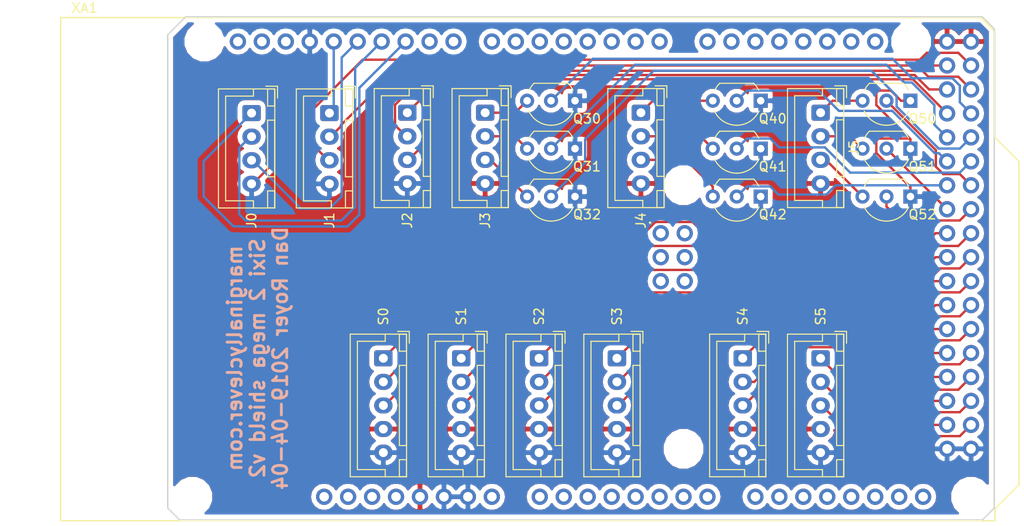
<source format=kicad_pcb>
(kicad_pcb (version 20171130) (host pcbnew "(5.0.2)-1")
  (title_block (date 2019-03-11))
  (layers (0 F.Cu signal) (31 B.Cu signal) (34 B.Paste user) (35 F.Paste user) (36 B.SilkS user) (37 F.SilkS user) (38 B.Mask user) (39 F.Mask user) (44 Edge.Cuts user))
  (net 0 "")
  (net 1 +5V)
  (net 2 GND)
  (net 3 "Net-(S1-Pad1)")
  (net 4 "Net-(S1-Pad2)")
  (net 5 "Net-(S1-Pad3)")
  (net 6 "Net-(S2-Pad3)")
  (net 7 "Net-(S2-Pad2)")
  (net 8 "Net-(S2-Pad1)")
  (net 9 "Net-(S3-Pad1)")
  (net 10 "Net-(S3-Pad2)")
  (net 11 "Net-(S3-Pad3)")
  (net 12 "Net-(S4-Pad3)")
  (net 13 "Net-(S4-Pad2)")
  (net 14 "Net-(S4-Pad1)")
  (net 15 "Net-(S5-Pad1)")
  (net 16 "Net-(S5-Pad2)")
  (net 17 "Net-(S5-Pad3)")
  (net 18 "Net-(J0-Pad1)")
  (net 19 "Net-(J0-Pad2)")
  (net 20 "Net-(J0-Pad3)")
  (net 21 "Net-(J1-Pad1)")
  (net 22 "Net-(J1-Pad2)")
  (net 23 "Net-(J1-Pad3)")
  (net 24 "Net-(J2-Pad3)")
  (net 25 "Net-(J2-Pad2)")
  (net 26 "Net-(J2-Pad1)")
  (net 27 "Net-(S0-Pad1)")
  (net 28 "Net-(S0-Pad2)")
  (net 29 "Net-(S0-Pad3)")
  (net 30 "Net-(J3-Pad3)")
  (net 31 "Net-(J3-Pad2)")
  (net 32 "Net-(J3-Pad1)")
  (net 33 "Net-(J4-Pad1)")
  (net 34 "Net-(J4-Pad2)")
  (net 35 "Net-(J4-Pad3)")
  (net 36 "Net-(J5-Pad3)")
  (net 37 "Net-(J5-Pad2)")
  (net 38 "Net-(J5-Pad1)")
  (net 39 "Net-(Q30-Pad2)")
  (net 40 "Net-(Q31-Pad2)")
  (net 41 "Net-(Q32-Pad2)")
  (net 42 "Net-(Q40-Pad2)")
  (net 43 "Net-(Q41-Pad2)")
  (net 44 "Net-(Q42-Pad2)")
  (net 45 "Net-(Q50-Pad2)")
  (net 46 "Net-(Q51-Pad2)")
  (net 47 "Net-(Q52-Pad2)")
  (module Arduino:Arduino_Mega2560_Shield (layer F.Cu) (at 110.565001 116.915001)
    (fp_text reference XA1 (at 2.54 -54.356) (layer F.SilkS))
    (fp_text value Arduino_Mega2560_Shield)
    (fp_text user . (at 62.484 -32.004) (layer F.SilkS))
    (pad RST2 thru_hole oval (at 63.627 -25.4) (size 1.7272 1.7272) (drill 1.016) (layers *.Cu *.Mask))
    (pad GND4 thru_hole oval (at 66.167 -25.4) (size 1.7272 1.7272) (drill 1.016) (layers *.Cu *.Mask))
    (pad MOSI thru_hole oval (at 66.167 -27.94) (size 1.7272 1.7272) (drill 1.016) (layers *.Cu *.Mask))
    (pad SCK thru_hole oval (at 63.627 -27.94) (size 1.7272 1.7272) (drill 1.016) (layers *.Cu *.Mask))
    (pad 5V2 thru_hole oval (at 66.167 -30.48) (size 1.7272 1.7272) (drill 1.016) (layers *.Cu *.Mask))
    (pad A0 thru_hole oval (at 50.8 -2.54) (size 1.7272 1.7272) (drill 1.016) (layers *.Cu *.Mask))
    (pad VIN thru_hole oval (at 45.72 -2.54) (size 1.7272 1.7272) (drill 1.016) (layers *.Cu *.Mask))
    (pad GND3 thru_hole oval (at 43.18 -2.54) (size 1.7272 1.7272) (drill 1.016) (layers *.Cu *.Mask) (net 2 GND))
    (pad GND2 thru_hole oval (at 40.64 -2.54) (size 1.7272 1.7272) (drill 1.016) (layers *.Cu *.Mask) (net 2 GND))
    (pad 5V1 thru_hole oval (at 38.1 -2.54) (size 1.7272 1.7272) (drill 1.016) (layers *.Cu *.Mask) (net 1 +5V))
    (pad 3V3 thru_hole oval (at 35.56 -2.54) (size 1.7272 1.7272) (drill 1.016) (layers *.Cu *.Mask))
    (pad RST1 thru_hole oval (at 33.02 -2.54) (size 1.7272 1.7272) (drill 1.016) (layers *.Cu *.Mask))
    (pad IORF thru_hole oval (at 30.48 -2.54) (size 1.7272 1.7272) (drill 1.016) (layers *.Cu *.Mask))
    (pad D21 thru_hole oval (at 86.36 -50.8) (size 1.7272 1.7272) (drill 1.016) (layers *.Cu *.Mask))
    (pad D20 thru_hole oval (at 83.82 -50.8) (size 1.7272 1.7272) (drill 1.016) (layers *.Cu *.Mask))
    (pad D19 thru_hole oval (at 81.28 -50.8) (size 1.7272 1.7272) (drill 1.016) (layers *.Cu *.Mask))
    (pad D18 thru_hole oval (at 78.74 -50.8) (size 1.7272 1.7272) (drill 1.016) (layers *.Cu *.Mask))
    (pad D17 thru_hole oval (at 76.2 -50.8) (size 1.7272 1.7272) (drill 1.016) (layers *.Cu *.Mask))
    (pad D16 thru_hole oval (at 73.66 -50.8) (size 1.7272 1.7272) (drill 1.016) (layers *.Cu *.Mask))
    (pad D15 thru_hole oval (at 71.12 -50.8) (size 1.7272 1.7272) (drill 1.016) (layers *.Cu *.Mask))
    (pad D14 thru_hole oval (at 68.58 -50.8) (size 1.7272 1.7272) (drill 1.016) (layers *.Cu *.Mask))
    (pad D0 thru_hole oval (at 63.5 -50.8) (size 1.7272 1.7272) (drill 1.016) (layers *.Cu *.Mask))
    (pad D1 thru_hole oval (at 60.96 -50.8) (size 1.7272 1.7272) (drill 1.016) (layers *.Cu *.Mask))
    (pad D2 thru_hole oval (at 58.42 -50.8) (size 1.7272 1.7272) (drill 1.016) (layers *.Cu *.Mask))
    (pad D3 thru_hole oval (at 55.88 -50.8) (size 1.7272 1.7272) (drill 1.016) (layers *.Cu *.Mask))
    (pad D4 thru_hole oval (at 53.34 -50.8) (size 1.7272 1.7272) (drill 1.016) (layers *.Cu *.Mask))
    (pad D5 thru_hole oval (at 50.8 -50.8) (size 1.7272 1.7272) (drill 1.016) (layers *.Cu *.Mask))
    (pad D6 thru_hole oval (at 48.26 -50.8) (size 1.7272 1.7272) (drill 1.016) (layers *.Cu *.Mask))
    (pad D7 thru_hole oval (at 45.72 -50.8) (size 1.7272 1.7272) (drill 1.016) (layers *.Cu *.Mask))
    (pad GND1 thru_hole oval (at 26.416 -50.8) (size 1.7272 1.7272) (drill 1.016) (layers *.Cu *.Mask) (net 2 GND))
    (pad D8 thru_hole oval (at 41.656 -50.8) (size 1.7272 1.7272) (drill 1.016) (layers *.Cu *.Mask))
    (pad D9 thru_hole oval (at 39.116 -50.8) (size 1.7272 1.7272) (drill 1.016) (layers *.Cu *.Mask))
    (pad D10 thru_hole oval (at 36.576 -50.8) (size 1.7272 1.7272) (drill 1.016) (layers *.Cu *.Mask) (net 18 "Net-(J0-Pad1)"))
    (pad "" np_thru_hole circle (at 66.04 -7.62) (size 3.2 3.2) (drill 3.2) (layers *.Cu *.Mask))
    (pad "" np_thru_hole circle (at 66.04 -35.56) (size 3.2 3.2) (drill 3.2) (layers *.Cu *.Mask))
    (pad "" np_thru_hole circle (at 90.17 -50.8) (size 3.2 3.2) (drill 3.2) (layers *.Cu *.Mask))
    (pad "" np_thru_hole circle (at 15.24 -50.8) (size 3.2 3.2) (drill 3.2) (layers *.Cu *.Mask))
    (pad "" np_thru_hole circle (at 96.52 -2.54) (size 3.2 3.2) (drill 3.2) (layers *.Cu *.Mask))
    (pad "" np_thru_hole circle (at 13.97 -2.54) (size 3.2 3.2) (drill 3.2) (layers *.Cu *.Mask))
    (pad SCL thru_hole oval (at 18.796 -50.8) (size 1.7272 1.7272) (drill 1.016) (layers *.Cu *.Mask))
    (pad SDA thru_hole oval (at 21.336 -50.8) (size 1.7272 1.7272) (drill 1.016) (layers *.Cu *.Mask))
    (pad AREF thru_hole oval (at 23.876 -50.8) (size 1.7272 1.7272) (drill 1.016) (layers *.Cu *.Mask))
    (pad D13 thru_hole oval (at 28.956 -50.8) (size 1.7272 1.7272) (drill 1.016) (layers *.Cu *.Mask) (net 21 "Net-(J1-Pad1)"))
    (pad D12 thru_hole oval (at 31.496 -50.8) (size 1.7272 1.7272) (drill 1.016) (layers *.Cu *.Mask) (net 20 "Net-(J0-Pad3)"))
    (pad D11 thru_hole oval (at 34.036 -50.8) (size 1.7272 1.7272) (drill 1.016) (layers *.Cu *.Mask) (net 19 "Net-(J0-Pad2)"))
    (pad "" thru_hole oval (at 27.94 -2.54) (size 1.7272 1.7272) (drill 1.016) (layers *.Cu *.Mask))
    (pad A1 thru_hole oval (at 53.34 -2.54) (size 1.7272 1.7272) (drill 1.016) (layers *.Cu *.Mask))
    (pad A2 thru_hole oval (at 55.88 -2.54) (size 1.7272 1.7272) (drill 1.016) (layers *.Cu *.Mask))
    (pad A3 thru_hole oval (at 58.42 -2.54) (size 1.7272 1.7272) (drill 1.016) (layers *.Cu *.Mask))
    (pad A4 thru_hole oval (at 60.96 -2.54) (size 1.7272 1.7272) (drill 1.016) (layers *.Cu *.Mask))
    (pad A5 thru_hole oval (at 63.5 -2.54) (size 1.7272 1.7272) (drill 1.016) (layers *.Cu *.Mask))
    (pad A6 thru_hole oval (at 66.04 -2.54) (size 1.7272 1.7272) (drill 1.016) (layers *.Cu *.Mask))
    (pad A7 thru_hole oval (at 68.58 -2.54) (size 1.7272 1.7272) (drill 1.016) (layers *.Cu *.Mask))
    (pad A8 thru_hole oval (at 73.66 -2.54) (size 1.7272 1.7272) (drill 1.016) (layers *.Cu *.Mask))
    (pad A9 thru_hole oval (at 76.2 -2.54) (size 1.7272 1.7272) (drill 1.016) (layers *.Cu *.Mask))
    (pad A10 thru_hole oval (at 78.74 -2.54) (size 1.7272 1.7272) (drill 1.016) (layers *.Cu *.Mask))
    (pad A11 thru_hole oval (at 81.28 -2.54) (size 1.7272 1.7272) (drill 1.016) (layers *.Cu *.Mask))
    (pad A12 thru_hole oval (at 83.82 -2.54) (size 1.7272 1.7272) (drill 1.016) (layers *.Cu *.Mask))
    (pad A13 thru_hole oval (at 86.36 -2.54) (size 1.7272 1.7272) (drill 1.016) (layers *.Cu *.Mask))
    (pad A14 thru_hole oval (at 88.9 -2.54) (size 1.7272 1.7272) (drill 1.016) (layers *.Cu *.Mask))
    (pad A15 thru_hole oval (at 91.44 -2.54) (size 1.7272 1.7272) (drill 1.016) (layers *.Cu *.Mask))
    (pad 5V3 thru_hole oval (at 93.98 -50.8) (size 1.7272 1.7272) (drill 1.016) (layers *.Cu *.Mask) (net 1 +5V))
    (pad 5V4 thru_hole oval (at 96.52 -50.8) (size 1.7272 1.7272) (drill 1.016) (layers *.Cu *.Mask) (net 1 +5V))
    (pad D22 thru_hole oval (at 93.98 -48.26) (size 1.7272 1.7272) (drill 1.016) (layers *.Cu *.Mask) (net 22 "Net-(J1-Pad2)"))
    (pad D23 thru_hole oval (at 96.52 -48.26) (size 1.7272 1.7272) (drill 1.016) (layers *.Cu *.Mask) (net 23 "Net-(J1-Pad3)"))
    (pad D24 thru_hole oval (at 93.98 -45.72) (size 1.7272 1.7272) (drill 1.016) (layers *.Cu *.Mask) (net 26 "Net-(J2-Pad1)"))
    (pad D25 thru_hole oval (at 96.52 -45.72) (size 1.7272 1.7272) (drill 1.016) (layers *.Cu *.Mask) (net 25 "Net-(J2-Pad2)"))
    (pad D26 thru_hole oval (at 93.98 -43.18) (size 1.7272 1.7272) (drill 1.016) (layers *.Cu *.Mask) (net 24 "Net-(J2-Pad3)"))
    (pad D27 thru_hole oval (at 96.52 -43.18) (size 1.7272 1.7272) (drill 1.016) (layers *.Cu *.Mask) (net 39 "Net-(Q30-Pad2)"))
    (pad D28 thru_hole oval (at 93.98 -40.64) (size 1.7272 1.7272) (drill 1.016) (layers *.Cu *.Mask) (net 40 "Net-(Q31-Pad2)"))
    (pad D29 thru_hole oval (at 96.52 -40.64) (size 1.7272 1.7272) (drill 1.016) (layers *.Cu *.Mask) (net 41 "Net-(Q32-Pad2)"))
    (pad D30 thru_hole oval (at 93.98 -38.1) (size 1.7272 1.7272) (drill 1.016) (layers *.Cu *.Mask) (net 42 "Net-(Q40-Pad2)"))
    (pad D31 thru_hole oval (at 96.52 -38.1) (size 1.7272 1.7272) (drill 1.016) (layers *.Cu *.Mask) (net 43 "Net-(Q41-Pad2)"))
    (pad D32 thru_hole oval (at 93.98 -35.56) (size 1.7272 1.7272) (drill 1.016) (layers *.Cu *.Mask) (net 44 "Net-(Q42-Pad2)"))
    (pad D33 thru_hole oval (at 96.52 -35.56) (size 1.7272 1.7272) (drill 1.016) (layers *.Cu *.Mask) (net 45 "Net-(Q50-Pad2)"))
    (pad D34 thru_hole oval (at 93.98 -33.02) (size 1.7272 1.7272) (drill 1.016) (layers *.Cu *.Mask) (net 46 "Net-(Q51-Pad2)"))
    (pad D35 thru_hole oval (at 96.52 -33.02) (size 1.7272 1.7272) (drill 1.016) (layers *.Cu *.Mask) (net 47 "Net-(Q52-Pad2)"))
    (pad D36 thru_hole oval (at 93.98 -30.48) (size 1.7272 1.7272) (drill 1.016) (layers *.Cu *.Mask) (net 27 "Net-(S0-Pad1)"))
    (pad D37 thru_hole oval (at 96.52 -30.48) (size 1.7272 1.7272) (drill 1.016) (layers *.Cu *.Mask) (net 28 "Net-(S0-Pad2)"))
    (pad D38 thru_hole oval (at 93.98 -27.94) (size 1.7272 1.7272) (drill 1.016) (layers *.Cu *.Mask) (net 29 "Net-(S0-Pad3)"))
    (pad D39 thru_hole oval (at 96.52 -27.94) (size 1.7272 1.7272) (drill 1.016) (layers *.Cu *.Mask) (net 3 "Net-(S1-Pad1)"))
    (pad D40 thru_hole oval (at 93.98 -25.4) (size 1.7272 1.7272) (drill 1.016) (layers *.Cu *.Mask) (net 4 "Net-(S1-Pad2)"))
    (pad D41 thru_hole oval (at 96.52 -25.4) (size 1.7272 1.7272) (drill 1.016) (layers *.Cu *.Mask) (net 5 "Net-(S1-Pad3)"))
    (pad D42 thru_hole oval (at 93.98 -22.86) (size 1.7272 1.7272) (drill 1.016) (layers *.Cu *.Mask) (net 8 "Net-(S2-Pad1)"))
    (pad D43 thru_hole oval (at 96.52 -22.86) (size 1.7272 1.7272) (drill 1.016) (layers *.Cu *.Mask) (net 7 "Net-(S2-Pad2)"))
    (pad D44 thru_hole oval (at 93.98 -20.32) (size 1.7272 1.7272) (drill 1.016) (layers *.Cu *.Mask) (net 6 "Net-(S2-Pad3)"))
    (pad D45 thru_hole oval (at 96.52 -20.32) (size 1.7272 1.7272) (drill 1.016) (layers *.Cu *.Mask) (net 9 "Net-(S3-Pad1)"))
    (pad D46 thru_hole oval (at 93.98 -17.78) (size 1.7272 1.7272) (drill 1.016) (layers *.Cu *.Mask) (net 10 "Net-(S3-Pad2)"))
    (pad D47 thru_hole oval (at 96.52 -17.78) (size 1.7272 1.7272) (drill 1.016) (layers *.Cu *.Mask) (net 11 "Net-(S3-Pad3)"))
    (pad D48 thru_hole oval (at 93.98 -15.24) (size 1.7272 1.7272) (drill 1.016) (layers *.Cu *.Mask) (net 14 "Net-(S4-Pad1)"))
    (pad D49 thru_hole oval (at 96.52 -15.24) (size 1.7272 1.7272) (drill 1.016) (layers *.Cu *.Mask) (net 13 "Net-(S4-Pad2)"))
    (pad D50 thru_hole oval (at 93.98 -12.7) (size 1.7272 1.7272) (drill 1.016) (layers *.Cu *.Mask) (net 12 "Net-(S4-Pad3)"))
    (pad D51 thru_hole oval (at 96.52 -12.7) (size 1.7272 1.7272) (drill 1.016) (layers *.Cu *.Mask) (net 15 "Net-(S5-Pad1)"))
    (pad D52 thru_hole oval (at 93.98 -10.16) (size 1.7272 1.7272) (drill 1.016) (layers *.Cu *.Mask) (net 16 "Net-(S5-Pad2)"))
    (pad D53 thru_hole oval (at 96.52 -10.16) (size 1.7272 1.7272) (drill 1.016) (layers *.Cu *.Mask) (net 17 "Net-(S5-Pad3)"))
    (pad GND5 thru_hole oval (at 93.98 -7.62) (size 1.7272 1.7272) (drill 1.016) (layers *.Cu *.Mask) (net 2 GND))
    (pad GND6 thru_hole oval (at 96.52 -7.62) (size 1.7272 1.7272) (drill 1.016) (layers *.Cu *.Mask) (net 2 GND))
    (pad MISO thru_hole oval (at 63.627 -30.48) (size 1.7272 1.7272) (drill 1.016) (layers *.Cu *.Mask))
  )
  (module Connect_JST:JST_XH_B4B-XH-A_1x04_P2.50mm_Vertical (layer F.Cu) (at 130.81 73.7 270)
    (fp_text reference J0 (at 11.39 0 270) (layer F.SilkS))
    (fp_text value CONN_01X04)
    (pad 4 thru_hole oval (at 7.5 0 270) (size 1.7 1.95) (drill 0.95) (layers *.Cu *.Mask) (net 2 GND))
    (pad 3 thru_hole oval (at 5 0 270) (size 1.7 1.95) (drill 0.95) (layers *.Cu *.Mask) (net 20 "Net-(J0-Pad3)"))
    (pad 2 thru_hole oval (at 2.5 0 270) (size 1.7 1.95) (drill 0.95) (layers *.Cu *.Mask) (net 19 "Net-(J0-Pad2)"))
    (pad 1 thru_hole roundrect (at 0 0 270) (size 1.7 1.95) (drill 0.95) (layers *.Cu *.Mask) (roundrect_rratio 0.147059) (net 18 "Net-(J0-Pad1)"))
  )
  (module Connect_JST:JST_XH_B4B-XH-A_1x04_P2.50mm_Vertical (layer F.Cu) (at 139.065 73.7 270)
    (fp_text reference J1 (at 11.39 0 270) (layer F.SilkS))
    (fp_text value CONN_01X04)
    (pad 4 thru_hole oval (at 7.5 0 270) (size 1.7 1.95) (drill 0.95) (layers *.Cu *.Mask) (net 2 GND))
    (pad 3 thru_hole oval (at 5 0 270) (size 1.7 1.95) (drill 0.95) (layers *.Cu *.Mask) (net 23 "Net-(J1-Pad3)"))
    (pad 2 thru_hole oval (at 2.5 0 270) (size 1.7 1.95) (drill 0.95) (layers *.Cu *.Mask) (net 22 "Net-(J1-Pad2)"))
    (pad 1 thru_hole roundrect (at 0 0 270) (size 1.7 1.95) (drill 0.95) (layers *.Cu *.Mask) (roundrect_rratio 0.147059) (net 21 "Net-(J1-Pad1)"))
  )
  (module Connect_JST:JST_XH_B4B-XH-A_1x04_P2.50mm_Vertical (layer F.Cu) (at 147.32 73.66 270)
    (fp_text reference J2 (at 11.43 0 270) (layer F.SilkS))
    (fp_text value CONN_01X04)
    (pad 1 thru_hole roundrect (at 0 0 270) (size 1.7 1.95) (drill 0.95) (layers *.Cu *.Mask) (roundrect_rratio 0.147059) (net 26 "Net-(J2-Pad1)"))
    (pad 2 thru_hole oval (at 2.5 0 270) (size 1.7 1.95) (drill 0.95) (layers *.Cu *.Mask) (net 25 "Net-(J2-Pad2)"))
    (pad 3 thru_hole oval (at 5 0 270) (size 1.7 1.95) (drill 0.95) (layers *.Cu *.Mask) (net 24 "Net-(J2-Pad3)"))
    (pad 4 thru_hole oval (at 7.5 0 270) (size 1.7 1.95) (drill 0.95) (layers *.Cu *.Mask) (net 2 GND))
  )
  (module Connect_JST:JST_XH_B4B-XH-A_1x04_P2.50mm_Vertical (layer F.Cu) (at 155.575 73.66 270)
    (fp_text reference J3 (at 11.43 0 270) (layer F.SilkS))
    (fp_text value CONN_01X04)
    (pad 1 thru_hole roundrect (at 0 0 270) (size 1.7 1.95) (drill 0.95) (layers *.Cu *.Mask) (roundrect_rratio 0.147059) (net 32 "Net-(J3-Pad1)"))
    (pad 2 thru_hole oval (at 2.5 0 270) (size 1.7 1.95) (drill 0.95) (layers *.Cu *.Mask) (net 31 "Net-(J3-Pad2)"))
    (pad 3 thru_hole oval (at 5 0 270) (size 1.7 1.95) (drill 0.95) (layers *.Cu *.Mask) (net 30 "Net-(J3-Pad3)"))
    (pad 4 thru_hole oval (at 7.5 0 270) (size 1.7 1.95) (drill 0.95) (layers *.Cu *.Mask) (net 1 +5V))
  )
  (module Connect_JST:JST_XH_B4B-XH-A_1x04_P2.50mm_Vertical (layer F.Cu) (at 172.085 73.66 270)
    (fp_text reference J4 (at 11.43 0 270) (layer F.SilkS))
    (fp_text value CONN_01X04)
    (pad 4 thru_hole oval (at 7.5 0 270) (size 1.7 1.95) (drill 0.95) (layers *.Cu *.Mask) (net 1 +5V))
    (pad 3 thru_hole oval (at 5 0 270) (size 1.7 1.95) (drill 0.95) (layers *.Cu *.Mask) (net 35 "Net-(J4-Pad3)"))
    (pad 2 thru_hole oval (at 2.5 0 270) (size 1.7 1.95) (drill 0.95) (layers *.Cu *.Mask) (net 34 "Net-(J4-Pad2)"))
    (pad 1 thru_hole roundrect (at 0 0 270) (size 1.7 1.95) (drill 0.95) (layers *.Cu *.Mask) (roundrect_rratio 0.147059) (net 33 "Net-(J4-Pad1)"))
  )
  (module Connect_JST:JST_XH_B4B-XH-A_1x04_P2.50mm_Vertical (layer F.Cu) (at 191.135 73.66 270)
    (fp_text reference J5 (at 3.75 -3.55 270) (layer F.SilkS))
    (fp_text value CONN_01X04)
    (pad 1 thru_hole roundrect (at 0 0 270) (size 1.7 1.95) (drill 0.95) (layers *.Cu *.Mask) (roundrect_rratio 0.147059) (net 38 "Net-(J5-Pad1)"))
    (pad 2 thru_hole oval (at 2.5 0 270) (size 1.7 1.95) (drill 0.95) (layers *.Cu *.Mask) (net 37 "Net-(J5-Pad2)"))
    (pad 3 thru_hole oval (at 5 0 270) (size 1.7 1.95) (drill 0.95) (layers *.Cu *.Mask) (net 36 "Net-(J5-Pad3)"))
    (pad 4 thru_hole oval (at 7.5 0 270) (size 1.7 1.95) (drill 0.95) (layers *.Cu *.Mask) (net 1 +5V))
  )
  (module Connect_JST:JST_XH_B5B-XH-A_1x05_P2.50mm_Vertical (layer F.Cu) (at 144.78 99.695 270)
    (fp_text reference S0 (at -4.445 0 270) (layer F.SilkS))
    (fp_text value CONN_01X05)
    (pad 5 thru_hole oval (at 10 0 270) (size 1.7 1.95) (drill 0.95) (layers *.Cu *.Mask) (net 2 GND))
    (pad 4 thru_hole oval (at 7.5 0 270) (size 1.7 1.95) (drill 0.95) (layers *.Cu *.Mask) (net 1 +5V))
    (pad 3 thru_hole oval (at 5 0 270) (size 1.7 1.95) (drill 0.95) (layers *.Cu *.Mask) (net 29 "Net-(S0-Pad3)"))
    (pad 2 thru_hole oval (at 2.5 0 270) (size 1.7 1.95) (drill 0.95) (layers *.Cu *.Mask) (net 28 "Net-(S0-Pad2)"))
    (pad 1 thru_hole roundrect (at 0 0 270) (size 1.7 1.95) (drill 0.95) (layers *.Cu *.Mask) (roundrect_rratio 0.147059) (net 27 "Net-(S0-Pad1)"))
  )
  (module Connect_JST:JST_XH_B5B-XH-A_1x05_P2.50mm_Vertical (layer F.Cu) (at 153.035 99.695 270)
    (fp_text reference S1 (at -4.445 0 270) (layer F.SilkS))
    (fp_text value CONN_01X05)
    (pad 1 thru_hole roundrect (at 0 0 270) (size 1.7 1.95) (drill 0.95) (layers *.Cu *.Mask) (roundrect_rratio 0.147059) (net 3 "Net-(S1-Pad1)"))
    (pad 2 thru_hole oval (at 2.5 0 270) (size 1.7 1.95) (drill 0.95) (layers *.Cu *.Mask) (net 4 "Net-(S1-Pad2)"))
    (pad 3 thru_hole oval (at 5 0 270) (size 1.7 1.95) (drill 0.95) (layers *.Cu *.Mask) (net 5 "Net-(S1-Pad3)"))
    (pad 4 thru_hole oval (at 7.5 0 270) (size 1.7 1.95) (drill 0.95) (layers *.Cu *.Mask) (net 1 +5V))
    (pad 5 thru_hole oval (at 10 0 270) (size 1.7 1.95) (drill 0.95) (layers *.Cu *.Mask) (net 2 GND))
  )
  (module Connect_JST:JST_XH_B5B-XH-A_1x05_P2.50mm_Vertical (layer F.Cu) (at 161.29 99.695 270)
    (fp_text reference S2 (at -4.445 0 270) (layer F.SilkS))
    (fp_text value CONN_01X05)
    (pad 5 thru_hole oval (at 10 0 270) (size 1.7 1.95) (drill 0.95) (layers *.Cu *.Mask) (net 2 GND))
    (pad 4 thru_hole oval (at 7.5 0 270) (size 1.7 1.95) (drill 0.95) (layers *.Cu *.Mask) (net 1 +5V))
    (pad 3 thru_hole oval (at 5 0 270) (size 1.7 1.95) (drill 0.95) (layers *.Cu *.Mask) (net 6 "Net-(S2-Pad3)"))
    (pad 2 thru_hole oval (at 2.5 0 270) (size 1.7 1.95) (drill 0.95) (layers *.Cu *.Mask) (net 7 "Net-(S2-Pad2)"))
    (pad 1 thru_hole roundrect (at 0 0 270) (size 1.7 1.95) (drill 0.95) (layers *.Cu *.Mask) (roundrect_rratio 0.147059) (net 8 "Net-(S2-Pad1)"))
  )
  (module Connect_JST:JST_XH_B5B-XH-A_1x05_P2.50mm_Vertical (layer F.Cu) (at 169.545 99.695 270)
    (fp_text reference S3 (at -4.445 0 270) (layer F.SilkS))
    (fp_text value CONN_01X05)
    (pad 1 thru_hole roundrect (at 0 0 270) (size 1.7 1.95) (drill 0.95) (layers *.Cu *.Mask) (roundrect_rratio 0.147059) (net 9 "Net-(S3-Pad1)"))
    (pad 2 thru_hole oval (at 2.5 0 270) (size 1.7 1.95) (drill 0.95) (layers *.Cu *.Mask) (net 10 "Net-(S3-Pad2)"))
    (pad 3 thru_hole oval (at 5 0 270) (size 1.7 1.95) (drill 0.95) (layers *.Cu *.Mask) (net 11 "Net-(S3-Pad3)"))
    (pad 4 thru_hole oval (at 7.5 0 270) (size 1.7 1.95) (drill 0.95) (layers *.Cu *.Mask) (net 1 +5V))
    (pad 5 thru_hole oval (at 10 0 270) (size 1.7 1.95) (drill 0.95) (layers *.Cu *.Mask) (net 2 GND))
  )
  (module Connect_JST:JST_XH_B5B-XH-A_1x05_P2.50mm_Vertical (layer F.Cu) (at 182.88 99.695 270)
    (fp_text reference S4 (at -4.445 0 270) (layer F.SilkS))
    (fp_text value CONN_01X05)
    (pad 1 thru_hole roundrect (at 0 0 270) (size 1.7 1.95) (drill 0.95) (layers *.Cu *.Mask) (roundrect_rratio 0.147059) (net 14 "Net-(S4-Pad1)"))
    (pad 2 thru_hole oval (at 2.5 0 270) (size 1.7 1.95) (drill 0.95) (layers *.Cu *.Mask) (net 13 "Net-(S4-Pad2)"))
    (pad 3 thru_hole oval (at 5 0 270) (size 1.7 1.95) (drill 0.95) (layers *.Cu *.Mask) (net 12 "Net-(S4-Pad3)"))
    (pad 4 thru_hole oval (at 7.5 0 270) (size 1.7 1.95) (drill 0.95) (layers *.Cu *.Mask) (net 1 +5V))
    (pad 5 thru_hole oval (at 10 0 270) (size 1.7 1.95) (drill 0.95) (layers *.Cu *.Mask) (net 2 GND))
  )
  (module Connect_JST:JST_XH_B5B-XH-A_1x05_P2.50mm_Vertical (layer F.Cu) (at 191.135 99.695 270)
    (fp_text reference S5 (at -4.445 0 270) (layer F.SilkS))
    (fp_text value CONN_01X05)
    (pad 5 thru_hole oval (at 10 0 270) (size 1.7 1.95) (drill 0.95) (layers *.Cu *.Mask) (net 2 GND))
    (pad 4 thru_hole oval (at 7.5 0 270) (size 1.7 1.95) (drill 0.95) (layers *.Cu *.Mask) (net 1 +5V))
    (pad 3 thru_hole oval (at 5 0 270) (size 1.7 1.95) (drill 0.95) (layers *.Cu *.Mask) (net 17 "Net-(S5-Pad3)"))
    (pad 2 thru_hole oval (at 2.5 0 270) (size 1.7 1.95) (drill 0.95) (layers *.Cu *.Mask) (net 16 "Net-(S5-Pad2)"))
    (pad 1 thru_hole roundrect (at 0 0 270) (size 1.7 1.95) (drill 0.95) (layers *.Cu *.Mask) (roundrect_rratio 0.147059) (net 15 "Net-(S5-Pad1)"))
  )
  (module Package_TO_SOT_THT:TO-92_Inline_Wide (layer F.Cu) (at 165.1 72.39 180)
    (fp_text reference Q30 (at -1.27 -1.905 180) (layer F.SilkS))
    (fp_text value PN2222A)
    (pad 2 thru_hole circle (at 2.54 0 270) (size 1.5 1.5) (drill 0.8) (layers *.Cu *.Mask) (net 39 "Net-(Q30-Pad2)"))
    (pad 3 thru_hole circle (at 5.08 0 270) (size 1.5 1.5) (drill 0.8) (layers *.Cu *.Mask) (net 32 "Net-(J3-Pad1)"))
    (pad 1 thru_hole rect (at 0 0 270) (size 1.5 1.5) (drill 0.8) (layers *.Cu *.Mask) (net 2 GND))
  )
  (module Package_TO_SOT_THT:TO-92_Inline_Wide (layer F.Cu) (at 165.1 77.47 180)
    (fp_text reference Q31 (at -1.27 -1.905 180) (layer F.SilkS))
    (fp_text value PN2222A)
    (pad 1 thru_hole rect (at 0 0 270) (size 1.5 1.5) (drill 0.8) (layers *.Cu *.Mask) (net 2 GND))
    (pad 3 thru_hole circle (at 5.08 0 270) (size 1.5 1.5) (drill 0.8) (layers *.Cu *.Mask) (net 31 "Net-(J3-Pad2)"))
    (pad 2 thru_hole circle (at 2.54 0 270) (size 1.5 1.5) (drill 0.8) (layers *.Cu *.Mask) (net 40 "Net-(Q31-Pad2)"))
  )
  (module Package_TO_SOT_THT:TO-92_Inline_Wide (layer F.Cu) (at 165.1 82.55 180)
    (fp_text reference Q32 (at -1.27 -1.905 180) (layer F.SilkS))
    (fp_text value PN2222A)
    (pad 2 thru_hole circle (at 2.54 0 270) (size 1.5 1.5) (drill 0.8) (layers *.Cu *.Mask) (net 41 "Net-(Q32-Pad2)"))
    (pad 3 thru_hole circle (at 5.08 0 270) (size 1.5 1.5) (drill 0.8) (layers *.Cu *.Mask) (net 30 "Net-(J3-Pad3)"))
    (pad 1 thru_hole rect (at 0 0 270) (size 1.5 1.5) (drill 0.8) (layers *.Cu *.Mask) (net 2 GND))
  )
  (module Package_TO_SOT_THT:TO-92_Inline_Wide (layer F.Cu) (at 184.785 72.39 180)
    (fp_text reference Q40 (at -1.27 -1.905 180) (layer F.SilkS))
    (fp_text value PN2222A)
    (pad 1 thru_hole rect (at 0 0 270) (size 1.5 1.5) (drill 0.8) (layers *.Cu *.Mask) (net 2 GND))
    (pad 3 thru_hole circle (at 5.08 0 270) (size 1.5 1.5) (drill 0.8) (layers *.Cu *.Mask) (net 33 "Net-(J4-Pad1)"))
    (pad 2 thru_hole circle (at 2.54 0 270) (size 1.5 1.5) (drill 0.8) (layers *.Cu *.Mask) (net 42 "Net-(Q40-Pad2)"))
  )
  (module Package_TO_SOT_THT:TO-92_Inline_Wide (layer F.Cu) (at 184.785 77.47 180)
    (fp_text reference Q41 (at -1.27 -1.905 180) (layer F.SilkS))
    (fp_text value PN2222A)
    (pad 2 thru_hole circle (at 2.54 0 270) (size 1.5 1.5) (drill 0.8) (layers *.Cu *.Mask) (net 43 "Net-(Q41-Pad2)"))
    (pad 3 thru_hole circle (at 5.08 0 270) (size 1.5 1.5) (drill 0.8) (layers *.Cu *.Mask) (net 34 "Net-(J4-Pad2)"))
    (pad 1 thru_hole rect (at 0 0 270) (size 1.5 1.5) (drill 0.8) (layers *.Cu *.Mask) (net 2 GND))
  )
  (module Package_TO_SOT_THT:TO-92_Inline_Wide (layer F.Cu) (at 184.785 82.55 180)
    (fp_text reference Q42 (at -1.27 -1.905 180) (layer F.SilkS))
    (fp_text value PN2222A)
    (pad 1 thru_hole rect (at 0 0 270) (size 1.5 1.5) (drill 0.8) (layers *.Cu *.Mask) (net 2 GND))
    (pad 3 thru_hole circle (at 5.08 0 270) (size 1.5 1.5) (drill 0.8) (layers *.Cu *.Mask) (net 35 "Net-(J4-Pad3)"))
    (pad 2 thru_hole circle (at 2.54 0 270) (size 1.5 1.5) (drill 0.8) (layers *.Cu *.Mask) (net 44 "Net-(Q42-Pad2)"))
  )
  (module Package_TO_SOT_THT:TO-92_Inline_Wide (layer F.Cu) (at 200.66 72.39 180)
    (fp_text reference Q50 (at -1.27 -1.905 180) (layer F.SilkS))
    (fp_text value PN2222A)
    (pad 2 thru_hole circle (at 2.54 0 270) (size 1.5 1.5) (drill 0.8) (layers *.Cu *.Mask) (net 45 "Net-(Q50-Pad2)"))
    (pad 3 thru_hole circle (at 5.08 0 270) (size 1.5 1.5) (drill 0.8) (layers *.Cu *.Mask) (net 38 "Net-(J5-Pad1)"))
    (pad 1 thru_hole rect (at 0 0 270) (size 1.5 1.5) (drill 0.8) (layers *.Cu *.Mask) (net 2 GND))
  )
  (module Package_TO_SOT_THT:TO-92_Inline_Wide (layer F.Cu) (at 200.66 77.47 180)
    (fp_text reference Q51 (at -1.27 -1.905 180) (layer F.SilkS))
    (fp_text value PN2222A)
    (pad 1 thru_hole rect (at 0 0 270) (size 1.5 1.5) (drill 0.8) (layers *.Cu *.Mask) (net 2 GND))
    (pad 3 thru_hole circle (at 5.08 0 270) (size 1.5 1.5) (drill 0.8) (layers *.Cu *.Mask) (net 37 "Net-(J5-Pad2)"))
    (pad 2 thru_hole circle (at 2.54 0 270) (size 1.5 1.5) (drill 0.8) (layers *.Cu *.Mask) (net 46 "Net-(Q51-Pad2)"))
  )
  (module Package_TO_SOT_THT:TO-92_Inline_Wide (layer F.Cu) (at 200.66 82.55 180)
    (fp_text reference Q52 (at -1.27 -1.905 180) (layer F.SilkS))
    (fp_text value PN2222A)
    (pad 2 thru_hole circle (at 2.54 0 270) (size 1.5 1.5) (drill 0.8) (layers *.Cu *.Mask) (net 47 "Net-(Q52-Pad2)"))
    (pad 3 thru_hole circle (at 5.08 0 270) (size 1.5 1.5) (drill 0.8) (layers *.Cu *.Mask) (net 36 "Net-(J5-Pad3)"))
    (pad 1 thru_hole rect (at 0 0 270) (size 1.5 1.5) (drill 0.8) (layers *.Cu *.Mask) (net 2 GND))
  )
  (gr_text "marginallyclever.com\nSixi 2 mega shield v2\nDan Royer 2019-04-04" (at 131.445 99.695 90) (layer B.SilkS) (effects (font (size 1.5 1.5) (thickness 0.3)) (justify mirror)))
  (gr_line (start 208.28 116.84) (end 207.645 116.84) (layer Edge.Cuts) (width 0.15))
  (gr_line (start 209.55 115.57) (end 208.28 116.84) (layer Edge.Cuts) (width 0.15))
  (gr_line (start 209.55 114.935) (end 209.55 115.57) (layer Edge.Cuts) (width 0.15))
  (gr_line (start 123.825 63.5) (end 125.095 63.5) (layer Edge.Cuts) (width 0.15))
  (gr_line (start 121.92 65.405) (end 123.825 63.5) (layer Edge.Cuts) (width 0.15))
  (gr_line (start 121.92 115.57) (end 121.92 65.405) (layer Edge.Cuts) (width 0.15))
  (gr_line (start 123.19 116.84) (end 121.92 115.57) (layer Edge.Cuts) (width 0.15))
  (gr_line (start 123.825 116.84) (end 123.19 116.84) (layer Edge.Cuts) (width 0.15))
  (gr_line (start 207.645 116.84) (end 123.825 116.84) (layer Edge.Cuts) (width 0.15))
  (gr_line (start 209.55 64.77) (end 209.55 114.935) (layer Edge.Cuts) (width 0.15))
  (gr_line (start 208.28 63.5) (end 209.55 64.77) (layer Edge.Cuts) (width 0.15))
  (gr_line (start 125.095 63.5) (end 208.28 63.5) (layer Edge.Cuts) (width 0.15))
  (segment (start 130.935 81.2) (end 130.81 81.2) (width 0.25) (layer F.Cu) (net 2))
  (segment (start 136.981001 75.153999) (end 130.935 81.2) (width 0.25) (layer F.Cu) (net 2))
  (segment (start 136.981001 66.115001) (end 136.981001 75.153999) (width 0.25) (layer F.Cu) (net 2))
  (segment (start 197.044999 72.854999) (end 200.66 76.47) (width 0.25) (layer F.Cu) (net 2))
  (segment (start 197.044999 71.560001) (end 197.044999 72.854999) (width 0.25) (layer F.Cu) (net 2))
  (segment (start 197.290001 71.314999) (end 197.044999 71.560001) (width 0.25) (layer F.Cu) (net 2))
  (segment (start 198.584999 71.314999) (end 197.290001 71.314999) (width 0.25) (layer F.Cu) (net 2))
  (segment (start 199.66 72.39) (end 198.584999 71.314999) (width 0.25) (layer F.Cu) (net 2))
  (segment (start 200.66 72.39) (end 199.66 72.39) (width 0.25) (layer F.Cu) (net 2))
  (segment (start 200.66 81.55) (end 200.66 82.55) (width 0.25) (layer F.Cu) (net 2))
  (segment (start 197.044999 77.934999) (end 200.66 81.55) (width 0.25) (layer F.Cu) (net 2))
  (segment (start 197.044999 76.640001) (end 197.044999 77.934999) (width 0.25) (layer F.Cu) (net 2))
  (segment (start 197.290001 76.394999) (end 197.044999 76.640001) (width 0.25) (layer F.Cu) (net 2))
  (segment (start 200.66 76.47) (end 200.584999 76.394999) (width 0.25) (layer F.Cu) (net 2))
  (segment (start 200.584999 76.394999) (end 197.290001 76.394999) (width 0.25) (layer F.Cu) (net 2))
  (segment (start 200.66 77.47) (end 200.66 76.47) (width 0.25) (layer F.Cu) (net 2))
  (segment (start 160.02 92.71) (end 153.035 99.695) (width 0.25) (layer F.Cu) (net 3))
  (segment (start 201.29218 92.71) (end 160.02 92.71) (width 0.25) (layer F.Cu) (net 3))
  (segment (start 203.83218 90.17) (end 201.29218 92.71) (width 0.25) (layer F.Cu) (net 3))
  (segment (start 207.085001 88.975001) (end 205.890002 90.17) (width 0.25) (layer F.Cu) (net 3))
  (segment (start 205.890002 90.17) (end 203.83218 90.17) (width 0.25) (layer F.Cu) (net 3))
  (segment (start 153.16 102.195) (end 153.035 102.195) (width 0.25) (layer F.Cu) (net 4))
  (segment (start 162.01 93.345) (end 153.16 102.195) (width 0.25) (layer F.Cu) (net 4))
  (segment (start 201.29359 93.345) (end 162.01 93.345) (width 0.25) (layer F.Cu) (net 4))
  (segment (start 203.123589 91.515001) (end 201.29359 93.345) (width 0.25) (layer F.Cu) (net 4))
  (segment (start 204.545001 91.515001) (end 203.123589 91.515001) (width 0.25) (layer F.Cu) (net 4))
  (segment (start 153.16 104.695) (end 153.035 104.695) (width 0.25) (layer F.Cu) (net 5))
  (segment (start 163.875 93.98) (end 153.16 104.695) (width 0.25) (layer F.Cu) (net 5))
  (segment (start 201.295 93.98) (end 163.875 93.98) (width 0.25) (layer F.Cu) (net 5))
  (segment (start 202.571398 92.703602) (end 201.295 93.98) (width 0.25) (layer F.Cu) (net 5))
  (segment (start 205.8964 92.703602) (end 202.571398 92.703602) (width 0.25) (layer F.Cu) (net 5))
  (segment (start 207.085001 91.515001) (end 205.8964 92.703602) (width 0.25) (layer F.Cu) (net 5))
  (segment (start 161.415 104.695) (end 161.29 104.695) (width 0.25) (layer F.Cu) (net 6))
  (segment (start 170.30503 95.80497) (end 161.415 104.695) (width 0.25) (layer F.Cu) (net 6))
  (segment (start 193.60343 95.80497) (end 170.30503 95.80497) (width 0.25) (layer F.Cu) (net 6))
  (segment (start 194.393461 96.595001) (end 193.60343 95.80497) (width 0.25) (layer F.Cu) (net 6))
  (segment (start 204.545001 96.595001) (end 194.393461 96.595001) (width 0.25) (layer F.Cu) (net 6))
  (segment (start 161.415 102.195) (end 161.29 102.195) (width 0.25) (layer F.Cu) (net 7))
  (segment (start 168.366398 95.243602) (end 161.415 102.195) (width 0.25) (layer F.Cu) (net 7))
  (segment (start 205.8964 95.243602) (end 168.366398 95.243602) (width 0.25) (layer F.Cu) (net 7))
  (segment (start 207.085001 94.055001) (end 205.8964 95.243602) (width 0.25) (layer F.Cu) (net 7))
  (segment (start 203.323687 94.055001) (end 202.763688 94.615) (width 0.25) (layer F.Cu) (net 8))
  (segment (start 204.545001 94.055001) (end 203.323687 94.055001) (width 0.25) (layer F.Cu) (net 8))
  (segment (start 166.37 94.615) (end 161.29 99.695) (width 0.25) (layer F.Cu) (net 8))
  (segment (start 202.763688 94.615) (end 166.37 94.615) (width 0.25) (layer F.Cu) (net 8))
  (segment (start 207.085001 96.595001) (end 205.890002 97.79) (width 0.25) (layer F.Cu) (net 9))
  (segment (start 205.890002 97.79) (end 194.95205 97.79) (width 0.25) (layer F.Cu) (net 9))
  (segment (start 170.443372 98.796628) (end 169.545 99.695) (width 0.25) (layer F.Cu) (net 9))
  (segment (start 172.98502 96.25498) (end 170.443372 98.796628) (width 0.25) (layer F.Cu) (net 9))
  (segment (start 193.41703 96.25498) (end 172.98502 96.25498) (width 0.25) (layer F.Cu) (net 9))
  (segment (start 194.95205 97.79) (end 193.41703 96.25498) (width 0.25) (layer F.Cu) (net 9))
  (segment (start 204.545001 99.135001) (end 195.660641 99.135001) (width 0.25) (layer F.Cu) (net 10))
  (segment (start 169.67 102.195) (end 169.545 102.195) (width 0.25) (layer F.Cu) (net 10))
  (segment (start 175.16001 96.70499) (end 169.67 102.195) (width 0.25) (layer F.Cu) (net 10))
  (segment (start 193.23063 96.70499) (end 175.16001 96.70499) (width 0.25) (layer F.Cu) (net 10))
  (segment (start 195.660641 99.135001) (end 193.23063 96.70499) (width 0.25) (layer F.Cu) (net 10))
  (segment (start 207.085001 99.135001) (end 205.890002 100.33) (width 0.25) (layer F.Cu) (net 11))
  (segment (start 196.21923 100.33) (end 193.04423 97.155) (width 0.25) (layer F.Cu) (net 11))
  (segment (start 205.890002 100.33) (end 196.21923 100.33) (width 0.25) (layer F.Cu) (net 11))
  (segment (start 169.67 104.695) (end 169.545 104.695) (width 0.25) (layer F.Cu) (net 11))
  (segment (start 177.21 97.155) (end 169.67 104.695) (width 0.25) (layer F.Cu) (net 11))
  (segment (start 193.04423 97.155) (end 177.21 97.155) (width 0.25) (layer F.Cu) (net 11))
  (segment (start 204.545001 104.215001) (end 198.195001 104.215001) (width 0.25) (layer F.Cu) (net 12))
  (segment (start 183.005 104.695) (end 182.88 104.695) (width 0.25) (layer F.Cu) (net 12))
  (segment (start 189.18001 98.51999) (end 183.005 104.695) (width 0.25) (layer F.Cu) (net 12))
  (segment (start 192.49999 98.51999) (end 189.18001 98.51999) (width 0.25) (layer F.Cu) (net 12))
  (segment (start 198.195001 104.215001) (end 192.49999 98.51999) (width 0.25) (layer F.Cu) (net 12))
  (segment (start 188.230019 98.069981) (end 192.686391 98.069981) (width 0.25) (layer F.Cu) (net 13))
  (segment (start 182.88 102.195) (end 184.105 102.195) (width 0.25) (layer F.Cu) (net 13))
  (segment (start 184.105 102.195) (end 188.230019 98.069981) (width 0.25) (layer F.Cu) (net 13))
  (segment (start 206.221402 102.5386) (end 207.085001 101.675001) (width 0.25) (layer F.Cu) (net 13))
  (segment (start 205.733602 103.0264) (end 206.221402 102.5386) (width 0.25) (layer F.Cu) (net 13))
  (segment (start 197.64281 103.0264) (end 205.733602 103.0264) (width 0.25) (layer F.Cu) (net 13))
  (segment (start 192.686391 98.069981) (end 197.64281 103.0264) (width 0.25) (layer F.Cu) (net 13))
  (segment (start 204.545001 101.675001) (end 196.927821 101.675001) (width 0.25) (layer F.Cu) (net 14))
  (segment (start 183.778372 98.796628) (end 182.88 99.695) (width 0.25) (layer F.Cu) (net 14))
  (segment (start 184.955029 97.619971) (end 183.778372 98.796628) (width 0.25) (layer F.Cu) (net 14))
  (segment (start 192.872791 97.619971) (end 184.955029 97.619971) (width 0.25) (layer F.Cu) (net 14))
  (segment (start 196.927821 101.675001) (end 192.872791 97.619971) (width 0.25) (layer F.Cu) (net 14))
  (segment (start 192.033372 100.593372) (end 191.135 99.695) (width 0.25) (layer F.Cu) (net 15))
  (segment (start 196.85 105.41) (end 192.033372 100.593372) (width 0.25) (layer F.Cu) (net 15))
  (segment (start 205.890002 105.41) (end 196.85 105.41) (width 0.25) (layer F.Cu) (net 15))
  (segment (start 207.085001 104.215001) (end 205.890002 105.41) (width 0.25) (layer F.Cu) (net 15))
  (segment (start 191.26 102.195) (end 191.135 102.195) (width 0.25) (layer F.Cu) (net 16))
  (segment (start 192.36 103.295) (end 191.26 102.195) (width 0.25) (layer F.Cu) (net 16))
  (segment (start 192.36 103.42) (end 192.36 103.295) (width 0.25) (layer F.Cu) (net 16))
  (segment (start 195.695001 106.755001) (end 192.36 103.42) (width 0.25) (layer F.Cu) (net 16))
  (segment (start 204.545001 106.755001) (end 195.695001 106.755001) (width 0.25) (layer F.Cu) (net 16))
  (segment (start 191.26 104.695) (end 191.135 104.695) (width 0.25) (layer F.Cu) (net 17))
  (segment (start 194.508602 107.943602) (end 191.26 104.695) (width 0.25) (layer F.Cu) (net 17))
  (segment (start 205.8964 107.943602) (end 194.508602 107.943602) (width 0.25) (layer F.Cu) (net 17))
  (segment (start 207.085001 106.755001) (end 205.8964 107.943602) (width 0.25) (layer F.Cu) (net 17))
  (segment (start 142.24 71.016002) (end 142.24 84.455) (width 0.25) (layer B.Cu) (net 18))
  (segment (start 147.141001 66.115001) (end 142.24 71.016002) (width 0.25) (layer B.Cu) (net 18))
  (segment (start 142.24 84.455) (end 140.97 85.725) (width 0.25) (layer B.Cu) (net 18))
  (segment (start 140.97 85.725) (end 129.54 85.725) (width 0.25) (layer B.Cu) (net 18))
  (segment (start 129.50999 85.69499) (end 128.87499 85.69499) (width 0.25) (layer B.Cu) (net 18))
  (segment (start 129.54 85.725) (end 129.50999 85.69499) (width 0.25) (layer B.Cu) (net 18))
  (segment (start 128.87499 85.69499) (end 125.73 82.55) (width 0.25) (layer B.Cu) (net 18))
  (segment (start 125.73 78.78) (end 130.81 73.7) (width 0.25) (layer B.Cu) (net 18))
  (segment (start 125.73 82.55) (end 125.73 78.78) (width 0.25) (layer B.Cu) (net 18))
  (segment (start 130.685 76.2) (end 130.81 76.2) (width 0.25) (layer B.Cu) (net 19))
  (segment (start 129.50999 77.37501) (end 130.685 76.2) (width 0.25) (layer B.Cu) (net 19))
  (segment (start 144.601001 66.115001) (end 141.78999 68.926012) (width 0.25) (layer B.Cu) (net 19))
  (segment (start 141.78999 68.926012) (end 141.78999 83.63501) (width 0.25) (layer B.Cu) (net 19))
  (segment (start 141.78999 83.63501) (end 140.335 85.09) (width 0.25) (layer B.Cu) (net 19))
  (segment (start 140.335 85.09) (end 130.175 85.09) (width 0.25) (layer B.Cu) (net 19))
  (segment (start 130.175 85.09) (end 129.50999 84.42499) (width 0.25) (layer B.Cu) (net 19))
  (segment (start 129.50999 84.42499) (end 129.50999 77.37501) (width 0.25) (layer B.Cu) (net 19))
  (segment (start 140.36501 67.810992) (end 140.36501 82.51999) (width 0.25) (layer B.Cu) (net 20))
  (segment (start 142.061001 66.115001) (end 140.36501 67.810992) (width 0.25) (layer B.Cu) (net 20))
  (segment (start 140.36501 82.51999) (end 139.065 83.82) (width 0.25) (layer B.Cu) (net 20))
  (segment (start 139.065 83.82) (end 135.89 83.82) (width 0.25) (layer B.Cu) (net 20))
  (segment (start 130.935 78.7) (end 130.81 78.7) (width 0.25) (layer B.Cu) (net 20))
  (segment (start 135.89 83.655) (end 130.935 78.7) (width 0.25) (layer B.Cu) (net 20))
  (segment (start 135.89 83.82) (end 135.89 83.655) (width 0.25) (layer B.Cu) (net 20))
  (segment (start 139.521001 73.243999) (end 139.065 73.7) (width 0.25) (layer B.Cu) (net 21))
  (segment (start 139.521001 66.115001) (end 139.521001 73.243999) (width 0.25) (layer B.Cu) (net 21))
  (segment (start 139.19 76.2) (end 139.065 76.2) (width 0.25) (layer F.Cu) (net 22))
  (segment (start 140.29 75.1) (end 139.19 76.2) (width 0.25) (layer F.Cu) (net 22))
  (segment (start 140.29 74.975) (end 140.29 75.1) (width 0.25) (layer F.Cu) (net 22))
  (segment (start 146.609999 68.655001) (end 140.29 74.975) (width 0.25) (layer F.Cu) (net 22))
  (segment (start 204.545001 68.655001) (end 146.609999 68.655001) (width 0.25) (layer F.Cu) (net 22))
  (segment (start 137.431011 77.191011) (end 138.94 78.7) (width 0.25) (layer F.Cu) (net 23))
  (segment (start 207.085001 68.655001) (end 205.74 67.31) (width 0.25) (layer F.Cu) (net 23))
  (segment (start 205.74 67.31) (end 202.389004 67.31) (width 0.25) (layer F.Cu) (net 23))
  (segment (start 202.389004 67.31) (end 201.659002 68.040002) (width 0.25) (layer F.Cu) (net 23))
  (segment (start 138.94 78.7) (end 139.065 78.7) (width 0.25) (layer F.Cu) (net 23))
  (segment (start 142.586808 68.040002) (end 137.431011 73.195799) (width 0.25) (layer F.Cu) (net 23))
  (segment (start 201.659002 68.040002) (end 142.586808 68.040002) (width 0.25) (layer F.Cu) (net 23))
  (segment (start 137.431011 73.195799) (end 137.431011 77.191011) (width 0.25) (layer F.Cu) (net 23))
  (segment (start 203.681402 72.871402) (end 204.545001 73.735001) (width 0.25) (layer F.Cu) (net 24))
  (segment (start 203.679992 72.871402) (end 203.681402 72.871402) (width 0.25) (layer F.Cu) (net 24))
  (segment (start 200.92361 70.11502) (end 203.679992 72.871402) (width 0.25) (layer F.Cu) (net 24))
  (segment (start 155.98998 70.11502) (end 200.92361 70.11502) (width 0.25) (layer F.Cu) (net 24))
  (segment (start 147.445 78.66) (end 155.98998 70.11502) (width 0.25) (layer F.Cu) (net 24))
  (segment (start 147.32 78.66) (end 147.445 78.66) (width 0.25) (layer F.Cu) (net 24))
  (segment (start 205.733602 69.843602) (end 202.558602 69.843602) (width 0.25) (layer F.Cu) (net 25))
  (segment (start 207.085001 71.195001) (end 205.733602 69.843602) (width 0.25) (layer F.Cu) (net 25))
  (segment (start 202.558602 69.843602) (end 201.93 69.215) (width 0.25) (layer F.Cu) (net 25))
  (segment (start 147.195 76.16) (end 147.32 76.16) (width 0.25) (layer F.Cu) (net 25))
  (segment (start 146.01999 74.98499) (end 147.195 76.16) (width 0.25) (layer F.Cu) (net 25))
  (segment (start 146.01999 72.82182) (end 146.01999 74.98499) (width 0.25) (layer F.Cu) (net 25))
  (segment (start 149.62681 69.215) (end 146.01999 72.82182) (width 0.25) (layer F.Cu) (net 25))
  (segment (start 201.93 69.215) (end 149.62681 69.215) (width 0.25) (layer F.Cu) (net 25))
  (segment (start 202.640001 71.195001) (end 204.545001 71.195001) (width 0.25) (layer F.Cu) (net 26))
  (segment (start 201.11001 69.66501) (end 202.640001 71.195001) (width 0.25) (layer F.Cu) (net 26))
  (segment (start 147.32 73.66) (end 151.31499 69.66501) (width 0.25) (layer F.Cu) (net 26))
  (segment (start 151.31499 69.66501) (end 201.11001 69.66501) (width 0.25) (layer F.Cu) (net 26))
  (segment (start 171.531482 87.33639) (end 157.13861 87.33639) (width 0.25) (layer F.Cu) (net 27))
  (segment (start 157.13861 87.33639) (end 144.78 99.695) (width 0.25) (layer F.Cu) (net 27))
  (segment (start 203.323687 86.435001) (end 202.565 87.193688) (width 0.25) (layer F.Cu) (net 27))
  (segment (start 202.565 87.193688) (end 179.506312 87.193688) (width 0.25) (layer F.Cu) (net 27))
  (segment (start 204.545001 86.435001) (end 203.323687 86.435001) (width 0.25) (layer F.Cu) (net 27))
  (segment (start 179.506312 87.193688) (end 177.559024 85.2464) (width 0.25) (layer F.Cu) (net 27))
  (segment (start 177.559024 85.2464) (end 173.621472 85.2464) (width 0.25) (layer F.Cu) (net 27))
  (segment (start 173.621472 85.2464) (end 171.531482 87.33639) (width 0.25) (layer F.Cu) (net 27))
  (segment (start 144.905 102.195) (end 144.78 102.195) (width 0.25) (layer F.Cu) (net 28))
  (segment (start 159.3136 87.7864) (end 144.905 102.195) (width 0.25) (layer F.Cu) (net 28))
  (segment (start 205.733602 87.7864) (end 159.3136 87.7864) (width 0.25) (layer F.Cu) (net 28))
  (segment (start 207.085001 86.435001) (end 205.733602 87.7864) (width 0.25) (layer F.Cu) (net 28))
  (segment (start 144.905 104.695) (end 144.78 104.695) (width 0.25) (layer F.Cu) (net 29))
  (segment (start 159.2736 90.3264) (end 144.905 104.695) (width 0.25) (layer F.Cu) (net 29))
  (segment (start 201.972288 90.3264) (end 159.2736 90.3264) (width 0.25) (layer F.Cu) (net 29))
  (segment (start 203.323687 88.975001) (end 201.972288 90.3264) (width 0.25) (layer F.Cu) (net 29))
  (segment (start 204.545001 88.975001) (end 203.323687 88.975001) (width 0.25) (layer F.Cu) (net 29))
  (segment (start 159.270001 81.800001) (end 160.02 82.55) (width 0.25) (layer F.Cu) (net 30))
  (segment (start 156.13 78.66) (end 159.270001 81.800001) (width 0.25) (layer F.Cu) (net 30))
  (segment (start 155.575 78.66) (end 156.13 78.66) (width 0.25) (layer F.Cu) (net 30))
  (segment (start 158.71 76.16) (end 160.02 77.47) (width 0.25) (layer F.Cu) (net 31))
  (segment (start 155.575 76.16) (end 158.71 76.16) (width 0.25) (layer F.Cu) (net 31))
  (segment (start 158.75 73.66) (end 160.02 72.39) (width 0.25) (layer F.Cu) (net 32))
  (segment (start 155.575 73.66) (end 158.75 73.66) (width 0.25) (layer F.Cu) (net 32))
  (segment (start 173.355 72.39) (end 172.085 73.66) (width 0.25) (layer F.Cu) (net 33))
  (segment (start 179.705 72.39) (end 173.355 72.39) (width 0.25) (layer F.Cu) (net 33))
  (segment (start 178.395 76.16) (end 172.085 76.16) (width 0.25) (layer F.Cu) (net 34))
  (segment (start 179.705 77.47) (end 178.395 76.16) (width 0.25) (layer F.Cu) (net 34))
  (segment (start 173.31 78.66) (end 172.085 78.66) (width 0.25) (layer F.Cu) (net 35))
  (segment (start 176.87566 78.66) (end 173.31 78.66) (width 0.25) (layer F.Cu) (net 35))
  (segment (start 179.705 81.48934) (end 176.87566 78.66) (width 0.25) (layer F.Cu) (net 35))
  (segment (start 179.705 82.55) (end 179.705 81.48934) (width 0.25) (layer F.Cu) (net 35))
  (segment (start 191.69 78.66) (end 191.135 78.66) (width 0.25) (layer F.Cu) (net 36))
  (segment (start 195.58 82.55) (end 191.69 78.66) (width 0.25) (layer F.Cu) (net 36))
  (segment (start 194.27 76.16) (end 191.135 76.16) (width 0.25) (layer F.Cu) (net 37))
  (segment (start 195.58 77.47) (end 194.27 76.16) (width 0.25) (layer F.Cu) (net 37))
  (segment (start 192.405 72.39) (end 191.135 73.66) (width 0.25) (layer F.Cu) (net 38))
  (segment (start 195.58 72.39) (end 192.405 72.39) (width 0.25) (layer F.Cu) (net 38))
  (segment (start 206.221402 72.871402) (end 207.085001 73.735001) (width 0.25) (layer B.Cu) (net 39))
  (segment (start 205.8964 72.5464) (end 206.221402 72.871402) (width 0.25) (layer B.Cu) (net 39))
  (segment (start 162.56 72.39) (end 167.005 67.945) (width 0.25) (layer B.Cu) (net 39))
  (segment (start 167.005 67.945) (end 198.755 67.945) (width 0.25) (layer B.Cu) (net 39))
  (segment (start 198.755 67.945) (end 200.8164 70.0064) (width 0.25) (layer B.Cu) (net 39))
  (segment (start 200.8164 70.0064) (end 205.11553 70.0064) (width 0.25) (layer B.Cu) (net 39))
  (segment (start 205.11553 70.0064) (end 205.8964 70.78727) (width 0.25) (layer B.Cu) (net 39))
  (segment (start 205.8964 70.78727) (end 205.8964 72.5464) (width 0.25) (layer B.Cu) (net 39))
  (segment (start 200.811412 70.45641) (end 199.99641 70.45641) (width 0.25) (layer B.Cu) (net 40))
  (segment (start 203.2 72.844998) (end 200.811412 70.45641) (width 0.25) (layer B.Cu) (net 40))
  (segment (start 204.545001 76.275001) (end 203.2 74.93) (width 0.25) (layer B.Cu) (net 40))
  (segment (start 203.2 74.93) (end 203.2 72.844998) (width 0.25) (layer B.Cu) (net 40))
  (segment (start 199.99641 70.45641) (end 198.12 68.58) (width 0.25) (layer B.Cu) (net 40))
  (segment (start 171.45 68.58) (end 162.56 77.47) (width 0.25) (layer B.Cu) (net 40))
  (segment (start 198.12 68.58) (end 171.45 68.58) (width 0.25) (layer B.Cu) (net 40))
  (segment (start 199.195001 71.873999) (end 196.536002 69.215) (width 0.25) (layer B.Cu) (net 41))
  (segment (start 199.195001 73.010003) (end 199.195001 71.873999) (width 0.25) (layer B.Cu) (net 41))
  (segment (start 203.6486 77.463602) (end 199.195001 73.010003) (width 0.25) (layer B.Cu) (net 41))
  (segment (start 207.085001 76.275001) (end 205.8964 77.463602) (width 0.25) (layer B.Cu) (net 41))
  (segment (start 205.8964 77.463602) (end 203.6486 77.463602) (width 0.25) (layer B.Cu) (net 41))
  (segment (start 163.309999 81.800001) (end 162.56 82.55) (width 0.25) (layer B.Cu) (net 41))
  (segment (start 166.175001 78.934999) (end 163.309999 81.800001) (width 0.25) (layer B.Cu) (net 41))
  (segment (start 166.175001 76.459999) (end 166.175001 78.934999) (width 0.25) (layer B.Cu) (net 41))
  (segment (start 173.42 69.215) (end 166.175001 76.459999) (width 0.25) (layer B.Cu) (net 41))
  (segment (start 196.536002 69.215) (end 173.42 69.215) (width 0.25) (layer B.Cu) (net 41))
  (segment (start 182.994999 71.640001) (end 182.245 72.39) (width 0.25) (layer B.Cu) (net 42))
  (segment (start 183.320001 71.314999) (end 182.994999 71.640001) (width 0.25) (layer B.Cu) (net 42))
  (segment (start 190.928189 71.314999) (end 183.320001 71.314999) (width 0.25) (layer B.Cu) (net 42))
  (segment (start 193.078191 73.465001) (end 190.928189 71.314999) (width 0.25) (layer B.Cu) (net 42))
  (segment (start 198.740003 73.465001) (end 193.078191 73.465001) (width 0.25) (layer B.Cu) (net 42))
  (segment (start 203.226404 77.951402) (end 198.740003 73.465001) (width 0.25) (layer B.Cu) (net 42))
  (segment (start 203.681402 77.951402) (end 203.226404 77.951402) (width 0.25) (layer B.Cu) (net 42))
  (segment (start 204.545001 78.815001) (end 203.681402 77.951402) (width 0.25) (layer B.Cu) (net 42))
  (segment (start 183.320001 76.394999) (end 182.994999 76.720001) (width 0.25) (layer B.Cu) (net 43))
  (segment (start 185.795001 76.394999) (end 183.320001 76.394999) (width 0.25) (layer B.Cu) (net 43))
  (segment (start 186.735012 77.33501) (end 185.795001 76.394999) (width 0.25) (layer B.Cu) (net 43))
  (segment (start 191.596725 77.33501) (end 186.735012 77.33501) (width 0.25) (layer B.Cu) (net 43))
  (segment (start 182.994999 76.720001) (end 182.245 77.47) (width 0.25) (layer B.Cu) (net 43))
  (segment (start 205.890002 80.01) (end 194.271715 80.01) (width 0.25) (layer B.Cu) (net 43))
  (segment (start 194.271715 80.01) (end 191.596725 77.33501) (width 0.25) (layer B.Cu) (net 43))
  (segment (start 207.085001 78.815001) (end 205.890002 80.01) (width 0.25) (layer B.Cu) (net 43))
  (segment (start 182.994999 81.800001) (end 182.245 82.55) (width 0.25) (layer B.Cu) (net 44))
  (segment (start 183.320001 81.474999) (end 182.994999 81.800001) (width 0.25) (layer B.Cu) (net 44))
  (segment (start 185.795001 81.474999) (end 183.320001 81.474999) (width 0.25) (layer B.Cu) (net 44))
  (segment (start 186.655012 82.33501) (end 185.795001 81.474999) (width 0.25) (layer B.Cu) (net 44))
  (segment (start 191.746705 82.33501) (end 186.655012 82.33501) (width 0.25) (layer B.Cu) (net 44))
  (segment (start 192.726714 81.355001) (end 191.746705 82.33501) (width 0.25) (layer B.Cu) (net 44))
  (segment (start 204.545001 81.355001) (end 192.726714 81.355001) (width 0.25) (layer B.Cu) (net 44))
  (segment (start 206.221402 80.491402) (end 207.085001 81.355001) (width 0.25) (layer F.Cu) (net 45))
  (segment (start 205.8964 80.1664) (end 206.221402 80.491402) (width 0.25) (layer F.Cu) (net 45))
  (segment (start 204.13727 80.1664) (end 205.8964 80.1664) (width 0.25) (layer F.Cu) (net 45))
  (segment (start 203.3564 79.38553) (end 204.13727 80.1664) (width 0.25) (layer F.Cu) (net 45))
  (segment (start 203.3564 77.6264) (end 203.3564 79.38553) (width 0.25) (layer F.Cu) (net 45))
  (segment (start 198.12 72.39) (end 203.3564 77.6264) (width 0.25) (layer F.Cu) (net 45))
  (segment (start 198.12 77.47) (end 204.545001 83.895001) (width 0.25) (layer F.Cu) (net 46))
  (segment (start 206.221402 84.7586) (end 207.085001 83.895001) (width 0.25) (layer F.Cu) (net 47))
  (segment (start 205.8964 85.083602) (end 206.221402 84.7586) (width 0.25) (layer F.Cu) (net 47))
  (segment (start 199.592942 85.083602) (end 205.8964 85.083602) (width 0.25) (layer F.Cu) (net 47))
  (segment (start 198.12 83.61066) (end 199.592942 85.083602) (width 0.25) (layer F.Cu) (net 47))
  (segment (start 198.12 82.55) (end 198.12 83.61066) (width 0.25) (layer F.Cu) (net 47))
  (zone (net 1) (net_name +5V) (layer F.Cu) (connect_pads (clearance 0.508)) (min_thickness 0.254) (fill yes (arc_segments 16) (thermal_gap 0.508) (thermal_bridge_width 0.508))
    (polygon (pts (xy 110.49 63.5) (xy 208.28 63.5) (xy 210.185 65.405) (xy 210.185 76.2) (xy 212.725 78.74) (xy 212.725 113.03) (xy 209.55 117.475) (xy 110.49 116.84)))
  )
  (zone (net 2) (net_name GND) (layer B.Cu) (connect_pads (clearance 0.508)) (min_thickness 0.254) (fill yes (arc_segments 16) (thermal_gap 0.508) (thermal_bridge_width 0.508))
    (polygon (pts (xy 110.49 63.5) (xy 208.28 63.5) (xy 210.185 65.405) (xy 210.185 76.2) (xy 212.725 78.74) (xy 212.725 113.03) (xy 209.55 117.475) (xy 110.49 116.84)))
  )
)
</source>
